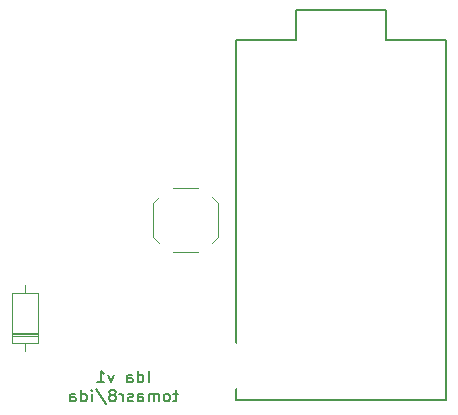
<source format=gbo>
%TF.GenerationSoftware,KiCad,Pcbnew,(6.0.8)*%
%TF.CreationDate,2024-06-02T21:29:15+02:00*%
%TF.ProjectId,micropad,6d696372-6f70-4616-942e-6b696361645f,rev?*%
%TF.SameCoordinates,Original*%
%TF.FileFunction,Legend,Bot*%
%TF.FilePolarity,Positive*%
%FSLAX46Y46*%
G04 Gerber Fmt 4.6, Leading zero omitted, Abs format (unit mm)*
G04 Created by KiCad (PCBNEW (6.0.8)) date 2024-06-02 21:29:15*
%MOMM*%
%LPD*%
G01*
G04 APERTURE LIST*
%ADD10C,0.150000*%
%ADD11C,0.120000*%
%ADD12R,1.600000X1.600000*%
%ADD13C,1.600000*%
%ADD14C,3.048000*%
%ADD15C,3.987800*%
%ADD16C,4.000000*%
%ADD17C,2.500000*%
%ADD18R,1.100000X1.800000*%
%ADD19O,1.600000X1.600000*%
G04 APERTURE END LIST*
D10*
X51742857Y-77537380D02*
X51742857Y-76537380D01*
X50838095Y-77537380D02*
X50838095Y-76537380D01*
X50838095Y-77489761D02*
X50933333Y-77537380D01*
X51123809Y-77537380D01*
X51219047Y-77489761D01*
X51266666Y-77442142D01*
X51314285Y-77346904D01*
X51314285Y-77061190D01*
X51266666Y-76965952D01*
X51219047Y-76918333D01*
X51123809Y-76870714D01*
X50933333Y-76870714D01*
X50838095Y-76918333D01*
X49933333Y-77537380D02*
X49933333Y-77013571D01*
X49980952Y-76918333D01*
X50076190Y-76870714D01*
X50266666Y-76870714D01*
X50361904Y-76918333D01*
X49933333Y-77489761D02*
X50028571Y-77537380D01*
X50266666Y-77537380D01*
X50361904Y-77489761D01*
X50409523Y-77394523D01*
X50409523Y-77299285D01*
X50361904Y-77204047D01*
X50266666Y-77156428D01*
X50028571Y-77156428D01*
X49933333Y-77108809D01*
X48790476Y-76870714D02*
X48552380Y-77537380D01*
X48314285Y-76870714D01*
X47409523Y-77537380D02*
X47980952Y-77537380D01*
X47695238Y-77537380D02*
X47695238Y-76537380D01*
X47790476Y-76680238D01*
X47885714Y-76775476D01*
X47980952Y-76823095D01*
X54219047Y-78480714D02*
X53838095Y-78480714D01*
X54076190Y-78147380D02*
X54076190Y-79004523D01*
X54028571Y-79099761D01*
X53933333Y-79147380D01*
X53838095Y-79147380D01*
X53361904Y-79147380D02*
X53457142Y-79099761D01*
X53504761Y-79052142D01*
X53552380Y-78956904D01*
X53552380Y-78671190D01*
X53504761Y-78575952D01*
X53457142Y-78528333D01*
X53361904Y-78480714D01*
X53219047Y-78480714D01*
X53123809Y-78528333D01*
X53076190Y-78575952D01*
X53028571Y-78671190D01*
X53028571Y-78956904D01*
X53076190Y-79052142D01*
X53123809Y-79099761D01*
X53219047Y-79147380D01*
X53361904Y-79147380D01*
X52600000Y-79147380D02*
X52600000Y-78480714D01*
X52600000Y-78575952D02*
X52552380Y-78528333D01*
X52457142Y-78480714D01*
X52314285Y-78480714D01*
X52219047Y-78528333D01*
X52171428Y-78623571D01*
X52171428Y-79147380D01*
X52171428Y-78623571D02*
X52123809Y-78528333D01*
X52028571Y-78480714D01*
X51885714Y-78480714D01*
X51790476Y-78528333D01*
X51742857Y-78623571D01*
X51742857Y-79147380D01*
X50838095Y-79147380D02*
X50838095Y-78623571D01*
X50885714Y-78528333D01*
X50980952Y-78480714D01*
X51171428Y-78480714D01*
X51266666Y-78528333D01*
X50838095Y-79099761D02*
X50933333Y-79147380D01*
X51171428Y-79147380D01*
X51266666Y-79099761D01*
X51314285Y-79004523D01*
X51314285Y-78909285D01*
X51266666Y-78814047D01*
X51171428Y-78766428D01*
X50933333Y-78766428D01*
X50838095Y-78718809D01*
X50409523Y-79099761D02*
X50314285Y-79147380D01*
X50123809Y-79147380D01*
X50028571Y-79099761D01*
X49980952Y-79004523D01*
X49980952Y-78956904D01*
X50028571Y-78861666D01*
X50123809Y-78814047D01*
X50266666Y-78814047D01*
X50361904Y-78766428D01*
X50409523Y-78671190D01*
X50409523Y-78623571D01*
X50361904Y-78528333D01*
X50266666Y-78480714D01*
X50123809Y-78480714D01*
X50028571Y-78528333D01*
X49552380Y-79147380D02*
X49552380Y-78480714D01*
X49552380Y-78671190D02*
X49504761Y-78575952D01*
X49457142Y-78528333D01*
X49361904Y-78480714D01*
X49266666Y-78480714D01*
X48790476Y-78575952D02*
X48885714Y-78528333D01*
X48933333Y-78480714D01*
X48980952Y-78385476D01*
X48980952Y-78337857D01*
X48933333Y-78242619D01*
X48885714Y-78195000D01*
X48790476Y-78147380D01*
X48600000Y-78147380D01*
X48504761Y-78195000D01*
X48457142Y-78242619D01*
X48409523Y-78337857D01*
X48409523Y-78385476D01*
X48457142Y-78480714D01*
X48504761Y-78528333D01*
X48600000Y-78575952D01*
X48790476Y-78575952D01*
X48885714Y-78623571D01*
X48933333Y-78671190D01*
X48980952Y-78766428D01*
X48980952Y-78956904D01*
X48933333Y-79052142D01*
X48885714Y-79099761D01*
X48790476Y-79147380D01*
X48600000Y-79147380D01*
X48504761Y-79099761D01*
X48457142Y-79052142D01*
X48409523Y-78956904D01*
X48409523Y-78766428D01*
X48457142Y-78671190D01*
X48504761Y-78623571D01*
X48600000Y-78575952D01*
X47266666Y-78099761D02*
X48123809Y-79385476D01*
X46933333Y-79147380D02*
X46933333Y-78480714D01*
X46933333Y-78147380D02*
X46980952Y-78195000D01*
X46933333Y-78242619D01*
X46885714Y-78195000D01*
X46933333Y-78147380D01*
X46933333Y-78242619D01*
X46028571Y-79147380D02*
X46028571Y-78147380D01*
X46028571Y-79099761D02*
X46123809Y-79147380D01*
X46314285Y-79147380D01*
X46409523Y-79099761D01*
X46457142Y-79052142D01*
X46504761Y-78956904D01*
X46504761Y-78671190D01*
X46457142Y-78575952D01*
X46409523Y-78528333D01*
X46314285Y-78480714D01*
X46123809Y-78480714D01*
X46028571Y-78528333D01*
X45123809Y-79147380D02*
X45123809Y-78623571D01*
X45171428Y-78528333D01*
X45266666Y-78480714D01*
X45457142Y-78480714D01*
X45552380Y-78528333D01*
X45123809Y-79099761D02*
X45219047Y-79147380D01*
X45457142Y-79147380D01*
X45552380Y-79099761D01*
X45600000Y-79004523D01*
X45600000Y-78909285D01*
X45552380Y-78814047D01*
X45457142Y-78766428D01*
X45219047Y-78766428D01*
X45123809Y-78718809D01*
X76940000Y-48580000D02*
X76940000Y-79060000D01*
X76940000Y-48580000D02*
X71860000Y-48580000D01*
X71860000Y-48580000D02*
X71860000Y-46040000D01*
X71860000Y-46040000D02*
X64240000Y-46040000D01*
X64240000Y-46040000D02*
X64240000Y-48580000D01*
X64240000Y-48580000D02*
X59160000Y-48580000D01*
X59160000Y-48580000D02*
X59160000Y-79060000D01*
X59160000Y-79060000D02*
X76940000Y-79060000D01*
D11*
X52160000Y-62320000D02*
X52650000Y-61830000D01*
X53840000Y-61050000D02*
X55920000Y-61050000D01*
X57600000Y-65220000D02*
X57600000Y-62320000D01*
X52160000Y-65220000D02*
X52160000Y-62320000D01*
X52160000Y-65220000D02*
X52650000Y-65710000D01*
X57600000Y-62320000D02*
X57110000Y-61830000D01*
X53840000Y-66490000D02*
X55920000Y-66490000D01*
X57600000Y-65220000D02*
X57110000Y-65710000D01*
X41270000Y-69300000D02*
X41270000Y-69950000D01*
X40150000Y-74190000D02*
X40150000Y-69950000D01*
X42390000Y-74190000D02*
X40150000Y-74190000D01*
X41270000Y-74840000D02*
X41270000Y-74190000D01*
X42390000Y-73350000D02*
X40150000Y-73350000D01*
X40150000Y-69950000D02*
X42390000Y-69950000D01*
X42390000Y-73590000D02*
X40150000Y-73590000D01*
X42390000Y-73470000D02*
X40150000Y-73470000D01*
X42390000Y-69950000D02*
X42390000Y-74190000D01*
D12*
X75670000Y-49850000D03*
D13*
X75670000Y-52390000D03*
X75670000Y-54930000D03*
X75670000Y-57470000D03*
X75670000Y-60010000D03*
X75670000Y-62550000D03*
X75670000Y-65090000D03*
X75670000Y-67630000D03*
X75670000Y-70170000D03*
X75670000Y-72710000D03*
X75670000Y-75250000D03*
X75670000Y-77790000D03*
X60430000Y-67630000D03*
X60430000Y-65090000D03*
X60430000Y-62550000D03*
X60430000Y-60010000D03*
X60430000Y-57470000D03*
X60430000Y-54930000D03*
X60430000Y-52390000D03*
X60430000Y-49850000D03*
%LPC*%
D12*
X75670000Y-49850000D03*
D13*
X75670000Y-52390000D03*
X75670000Y-54930000D03*
X75670000Y-57470000D03*
X75670000Y-60010000D03*
X75670000Y-62550000D03*
X75670000Y-65090000D03*
X75670000Y-67630000D03*
X75670000Y-70170000D03*
X75670000Y-72710000D03*
X75670000Y-75250000D03*
X75670000Y-77790000D03*
X60430000Y-67630000D03*
X60430000Y-65090000D03*
X60430000Y-62550000D03*
X60430000Y-60010000D03*
X60430000Y-57470000D03*
X60430000Y-54930000D03*
X60430000Y-52390000D03*
X60430000Y-49850000D03*
D14*
X46592000Y-69160050D03*
X70468000Y-69160050D03*
D15*
X46592000Y-84370050D03*
X70468000Y-84370050D03*
D16*
X58550000Y-76160000D03*
D17*
X61090000Y-71080000D03*
X54740000Y-73620000D03*
D18*
X53030000Y-60670000D03*
X53030000Y-66870000D03*
X56730000Y-66870000D03*
X56730000Y-60670000D03*
D19*
X41270000Y-68260000D03*
D12*
X41270000Y-75880000D03*
D17*
X64250000Y-54600000D03*
X70600000Y-52060000D03*
D16*
X68060000Y-57140000D03*
X48990000Y-57100000D03*
D17*
X51530000Y-52020000D03*
X45180000Y-54560000D03*
M02*

</source>
